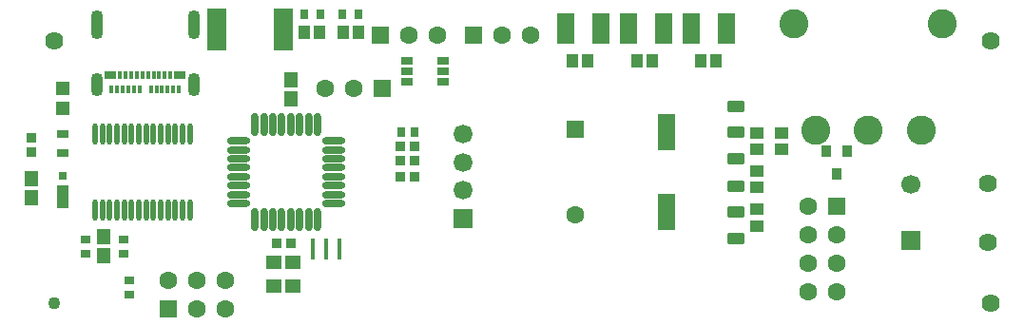
<source format=gts>
G04*
G04 #@! TF.GenerationSoftware,Altium Limited,Altium Designer,20.1.10 (176)*
G04*
G04 Layer_Color=8388736*
%FSLAX25Y25*%
%MOIN*%
G70*
G04*
G04 #@! TF.SameCoordinates,4904768C-9D57-489E-94B9-A5ABCCC02516*
G04*
G04*
G04 #@! TF.FilePolarity,Negative*
G04*
G01*
G75*
%ADD21R,0.01575X0.07480*%
%ADD32R,0.03937X0.02756*%
%ADD35R,0.03937X0.02756*%
%ADD36R,0.01181X0.02756*%
%ADD37R,0.03150X0.03150*%
%ADD38R,0.04331X0.07874*%
G04:AMPARAMS|DCode=42|XSize=127.95mil|YSize=61.02mil|CornerRadius=3.97mil|HoleSize=0mil|Usage=FLASHONLY|Rotation=270.000|XOffset=0mil|YOffset=0mil|HoleType=Round|Shape=RoundedRectangle|*
%AMROUNDEDRECTD42*
21,1,0.12795,0.05309,0,0,270.0*
21,1,0.12002,0.06102,0,0,270.0*
1,1,0.00793,-0.02655,-0.06001*
1,1,0.00793,-0.02655,0.06001*
1,1,0.00793,0.02655,0.06001*
1,1,0.00793,0.02655,-0.06001*
%
%ADD42ROUNDEDRECTD42*%
G04:AMPARAMS|DCode=43|XSize=39.37mil|YSize=61.02mil|CornerRadius=3.92mil|HoleSize=0mil|Usage=FLASHONLY|Rotation=270.000|XOffset=0mil|YOffset=0mil|HoleType=Round|Shape=RoundedRectangle|*
%AMROUNDEDRECTD43*
21,1,0.03937,0.05319,0,0,270.0*
21,1,0.03154,0.06102,0,0,270.0*
1,1,0.00784,-0.02659,-0.01577*
1,1,0.00784,-0.02659,0.01577*
1,1,0.00784,0.02659,0.01577*
1,1,0.00784,0.02659,-0.01577*
%
%ADD43ROUNDEDRECTD43*%
%ADD44R,0.04528X0.04134*%
%ADD45O,0.01772X0.07480*%
%ADD46O,0.08071X0.02756*%
%ADD47O,0.02756X0.08071*%
%ADD48R,0.07087X0.14961*%
%ADD49R,0.03740X0.03150*%
%ADD50R,0.03937X0.04528*%
%ADD51R,0.03347X0.03740*%
%ADD52R,0.04724X0.04724*%
%ADD53R,0.03150X0.03740*%
%ADD54R,0.03543X0.03937*%
%ADD55R,0.04331X0.03150*%
%ADD56R,0.02756X0.03543*%
%ADD57R,0.06299X0.10630*%
%ADD58R,0.04724X0.05315*%
%ADD59R,0.03740X0.03347*%
%ADD60R,0.05315X0.04724*%
%ADD61R,0.06693X0.06693*%
%ADD62C,0.06693*%
%ADD63C,0.10236*%
%ADD64C,0.06299*%
%ADD65R,0.06299X0.06299*%
%ADD66R,0.06299X0.06299*%
%ADD67R,0.06653X0.06653*%
%ADD68C,0.06653*%
G04:AMPARAMS|DCode=69|XSize=43.31mil|YSize=102.36mil|CornerRadius=21.65mil|HoleSize=0mil|Usage=FLASHONLY|Rotation=180.000|XOffset=0mil|YOffset=0mil|HoleType=Round|Shape=RoundedRectangle|*
%AMROUNDEDRECTD69*
21,1,0.04331,0.05906,0,0,180.0*
21,1,0.00000,0.10236,0,0,180.0*
1,1,0.04331,0.00000,0.02953*
1,1,0.04331,0.00000,0.02953*
1,1,0.04331,0.00000,-0.02953*
1,1,0.04331,0.00000,-0.02953*
%
%ADD69ROUNDEDRECTD69*%
G04:AMPARAMS|DCode=70|XSize=43.31mil|YSize=82.68mil|CornerRadius=21.65mil|HoleSize=0mil|Usage=FLASHONLY|Rotation=180.000|XOffset=0mil|YOffset=0mil|HoleType=Round|Shape=RoundedRectangle|*
%AMROUNDEDRECTD70*
21,1,0.04331,0.03937,0,0,180.0*
21,1,0.00000,0.08268,0,0,180.0*
1,1,0.04331,0.00000,0.01968*
1,1,0.04331,0.00000,0.01968*
1,1,0.04331,0.00000,-0.01968*
1,1,0.04331,0.00000,-0.01968*
%
%ADD70ROUNDEDRECTD70*%
%ADD71C,0.06394*%
%ADD72C,0.04331*%
D21*
X113224Y32000D02*
D03*
X108500D02*
D03*
X103776D02*
D03*
D32*
X16000Y65654D02*
D03*
Y72347D02*
D03*
D35*
X32795Y93276D02*
D03*
X57205D02*
D03*
D36*
X53858D02*
D03*
X51890D02*
D03*
X49921D02*
D03*
X47953D02*
D03*
X45984D02*
D03*
X44016D02*
D03*
X42047D02*
D03*
X40079D02*
D03*
X38110D02*
D03*
X36142D02*
D03*
X33189Y88157D02*
D03*
X35157D02*
D03*
X37126D02*
D03*
X39094D02*
D03*
X41063D02*
D03*
X43031D02*
D03*
X46968D02*
D03*
X48937D02*
D03*
X50906D02*
D03*
X52874D02*
D03*
X54843D02*
D03*
X56811D02*
D03*
D37*
X16000Y57921D02*
D03*
D38*
Y50441D02*
D03*
D42*
X227894Y45000D02*
D03*
Y73000D02*
D03*
D43*
X252106Y54055D02*
D03*
Y45000D02*
D03*
Y35945D02*
D03*
Y82055D02*
D03*
Y73000D02*
D03*
Y63945D02*
D03*
D44*
X268000Y67146D02*
D03*
Y72854D02*
D03*
X259500Y67146D02*
D03*
Y72854D02*
D03*
Y59500D02*
D03*
Y53791D02*
D03*
Y46000D02*
D03*
Y40291D02*
D03*
D45*
X60634Y72441D02*
D03*
X58075D02*
D03*
X55516D02*
D03*
X52957D02*
D03*
X50398D02*
D03*
X47839D02*
D03*
X45279D02*
D03*
X42720D02*
D03*
X40161D02*
D03*
X37602D02*
D03*
X35043D02*
D03*
X32484D02*
D03*
X29925D02*
D03*
X27366D02*
D03*
X60634Y45669D02*
D03*
X58075D02*
D03*
X55516D02*
D03*
X52957D02*
D03*
X50398D02*
D03*
X47839D02*
D03*
X45279D02*
D03*
X42720D02*
D03*
X40161D02*
D03*
X37602D02*
D03*
X35043D02*
D03*
X32484D02*
D03*
X29925D02*
D03*
X27366D02*
D03*
D46*
X77756Y48031D02*
D03*
Y51181D02*
D03*
Y54331D02*
D03*
Y57480D02*
D03*
Y60630D02*
D03*
Y63779D02*
D03*
Y66929D02*
D03*
Y70079D02*
D03*
X111221D02*
D03*
Y66929D02*
D03*
Y63779D02*
D03*
Y60630D02*
D03*
Y57480D02*
D03*
Y54331D02*
D03*
Y51181D02*
D03*
Y48031D02*
D03*
D47*
X83465Y75787D02*
D03*
X86614D02*
D03*
X89764D02*
D03*
X92913D02*
D03*
X96063D02*
D03*
X99213D02*
D03*
X102362D02*
D03*
X105512D02*
D03*
Y42323D02*
D03*
X102362D02*
D03*
X99213D02*
D03*
X96063D02*
D03*
X92913D02*
D03*
X89764D02*
D03*
X86614D02*
D03*
X83465D02*
D03*
D48*
X93307Y109252D02*
D03*
X70079D02*
D03*
D49*
X39500Y20961D02*
D03*
Y16039D02*
D03*
X37500Y30539D02*
D03*
Y35461D02*
D03*
X24000Y30539D02*
D03*
Y35461D02*
D03*
D50*
X106000Y108000D02*
D03*
X100685D02*
D03*
X114342D02*
D03*
X119658D02*
D03*
X194843Y98000D02*
D03*
X200157D02*
D03*
X239843D02*
D03*
X245158D02*
D03*
X217342D02*
D03*
X222657D02*
D03*
D51*
X139559Y68000D02*
D03*
X134441D02*
D03*
X139559Y57500D02*
D03*
X134441D02*
D03*
X134441Y63000D02*
D03*
X139559D02*
D03*
X95961Y34000D02*
D03*
X91039D02*
D03*
D52*
X16000Y81457D02*
D03*
Y88543D02*
D03*
D53*
X134736Y73000D02*
D03*
X139264D02*
D03*
D54*
X291240Y66437D02*
D03*
X283760D02*
D03*
X287500Y58563D02*
D03*
D55*
X149299Y90760D02*
D03*
Y94500D02*
D03*
Y98240D02*
D03*
X136701D02*
D03*
Y94500D02*
D03*
Y90760D02*
D03*
D56*
X100646Y114500D02*
D03*
X106354D02*
D03*
X114146D02*
D03*
X119854D02*
D03*
D57*
X192500Y109500D02*
D03*
X204705D02*
D03*
X236398D02*
D03*
X248602D02*
D03*
X214398D02*
D03*
X226602D02*
D03*
D58*
X30500Y36346D02*
D03*
Y29653D02*
D03*
X5000Y50154D02*
D03*
Y56846D02*
D03*
X96000Y84654D02*
D03*
Y91347D02*
D03*
D59*
X5000Y66039D02*
D03*
Y70961D02*
D03*
D60*
X96846Y19000D02*
D03*
X90153D02*
D03*
X96846Y27500D02*
D03*
X90153D02*
D03*
D61*
X313500Y35157D02*
D03*
D62*
Y54843D02*
D03*
D63*
X272496Y111260D02*
D03*
X279996Y73740D02*
D03*
X298500D02*
D03*
X317004D02*
D03*
X324504Y111260D02*
D03*
D64*
X277402Y17244D02*
D03*
X287402D02*
D03*
X277402Y27244D02*
D03*
X287402D02*
D03*
X277402Y37244D02*
D03*
X287402D02*
D03*
X277402Y47244D02*
D03*
X180000Y107000D02*
D03*
X170000D02*
D03*
X147500D02*
D03*
X137500D02*
D03*
X108000Y88500D02*
D03*
X118000D02*
D03*
X195669Y44094D02*
D03*
X73000Y21000D02*
D03*
Y11000D02*
D03*
X63000Y21000D02*
D03*
Y11000D02*
D03*
X53000Y21000D02*
D03*
D65*
X287402Y47244D02*
D03*
D66*
X160000Y107000D02*
D03*
X127500D02*
D03*
X128000Y88500D02*
D03*
X195669Y74016D02*
D03*
X53000Y11000D02*
D03*
D67*
X156500Y42815D02*
D03*
D68*
Y52658D02*
D03*
Y62500D02*
D03*
Y72342D02*
D03*
D69*
X27992Y110874D02*
D03*
X62008D02*
D03*
D70*
X27992Y89772D02*
D03*
X62008D02*
D03*
D71*
X12992Y105118D02*
D03*
X341339Y12992D02*
D03*
Y105118D02*
D03*
X340551Y34500D02*
D03*
X340500Y55000D02*
D03*
D72*
X12992Y12992D02*
D03*
M02*

</source>
